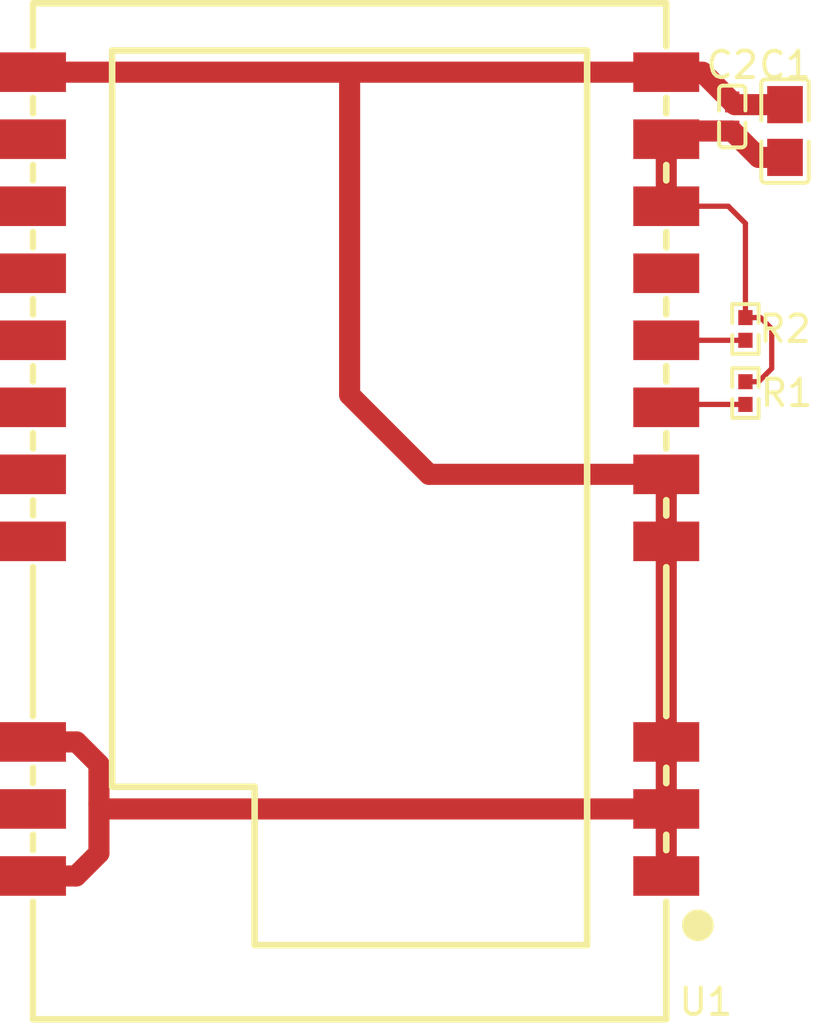
<source format=kicad_pcb>
(kicad_pcb (version 20241229) (generator "pcbnew") (generator_version "9.0")
  (layers (0 "F.Cu" signal) (2 "B.Cu" signal) (13 "F.Paste" user) (15 "B.Paste" user) (5 "F.SilkS" user "F.Silkscreen") (7 "B.SilkS" user "B.Silkscreen") (1 "F.Mask" user) (3 "B.Mask" user) (25 "Edge.Cuts" user))
  (net 0 "")
  (net 1 "hv")
  (net 2 "cs")
  (net 3 "sck")
  (net 4 "TXEN")
  (net 5 "DIO2")
  (net 6 "ANT")
  (net 7 "miso")
  (net 8 "mosi")
  (net 9 "DIO")
  (net 10 "BUSY")
  (net 11 "gnd")
  (net 12 "RXEN")
  (net 13 "NRST")
  (footprint "atopile:R0402-56259e" (layer "F.Cu") (at 128.5 67.5 -90)
    (property "Reference" "R2" (hide yes))
    (property "Value" "10kΩ ±1% 62.5mW" (hide yes))
    (fp_line (start -0.94 0.5) (end -0.94 -0.5) (stroke (width 0.15)) (layer "F.SilkS"))
    (fp_line (start -0.23 0.5) (end -0.94 0.5) (stroke (width 0.15)) (layer "F.SilkS"))
    (fp_line (start 0.23 0.5) (end 0.94 0.5) (stroke (width 0.15)) (layer "F.SilkS"))
    (fp_line (start 0.94 0.5) (end 0.94 -0.5) (stroke (width 0.15)) (layer "F.SilkS"))
    (fp_line (start -0.94 -0.5) (end -0.23 -0.5) (stroke (width 0.15)) (layer "F.SilkS"))
    (fp_line (start 0.94 -0.5) (end 0.23 -0.5) (stroke (width 0.15)) (layer "F.SilkS"))
    (fp_text user "${REFERENCE}" (at 0 -1.5 180) (layer "F.SilkS"))
    (pad "1" smd rect (at -0.43 0 270) (size 0.57 0.54) (layers "F.Cu" "F.Mask" "F.Paste") (net 1 "hv"))
    (pad "2" smd rect (at 0.43 0 270) (size 0.57 0.54) (layers "F.Cu" "F.Mask" "F.Paste") (net 4 "TXEN"))
  )
  (footprint "atopile:C0805-3b2e55" (layer "F.Cu") (at 130 60 90)
    (property "Reference" "C1" (at 2.5 0 180) (layer "F.SilkS"))
    (property "Value" "10µF ±10% 25V X5R" (hide yes))
    (fp_line (start 1.81 -0.9) (end 0.4 -0.9) (stroke (width 0.15)) (layer "F.SilkS"))
    (fp_line (start -1.81 -0.9) (end -0.4 -0.9) (stroke (width 0.15)) (layer "F.SilkS"))
    (fp_line (start 1.96 0.75) (end 1.96 -0.75) (stroke (width 0.15)) (layer "F.SilkS"))
    (fp_line (start -1.96 0.75) (end -1.96 -0.75) (stroke (width 0.15)) (layer "F.SilkS"))
    (fp_line (start 0.4 0.9) (end 1.81 0.9) (stroke (width 0.15)) (layer "F.SilkS"))
    (fp_line (start -0.4 0.9) (end -1.81 0.9) (stroke (width 0.15)) (layer "F.SilkS"))
    (fp_arc (start 1.81 -0.9) (mid 1.916066 -0.856066) (end 1.96 -0.75) (stroke (width 0.15)) (layer "F.SilkS"))
    (fp_arc (start -1.96 -0.75) (mid -1.916066 -0.856066) (end -1.81 -0.9) (stroke (width 0.15)) (layer "F.SilkS"))
    (fp_arc (start 1.96 0.75) (mid 1.916066 0.856066) (end 1.81 0.9) (stroke (width 0.15)) (layer "F.SilkS"))
    (fp_arc (start -1.81 0.9) (mid -1.916066 0.856066) (end -1.96 0.75) (stroke (width 0.15)) (layer "F.SilkS"))
    (pad "1" smd rect (at -1 0 90) (size 1.41 1.35) (layers "F.Cu" "F.Mask" "F.Paste") (net 1 "hv"))
    (pad "2" smd rect (at 1 0 90) (size 1.41 1.35) (layers "F.Cu" "F.Mask" "F.Paste") (net 11 "gnd"))
  )
  (footprint "atopile:WIRELM-SMD_E22-900M30S-98c301" (layer "F.Cu") (at 113.5 73)
    (property "Reference" "U1" (at 13.5 20 0) (layer "F.SilkS"))
    (property "Value" "")
    (fp_line (start -12 -17.84) (end -12 -16.21) (stroke (width 0.25)) (layer "F.SilkS"))
    (fp_line (start -12 -17.84) (end 12 -17.84) (stroke (width 0.25)) (layer "F.SilkS"))
    (fp_line (start -12 -14.25) (end -12 -13.67) (stroke (width 0.25)) (layer "F.SilkS"))
    (fp_line (start -12 -11.71) (end -12 -11.13) (stroke (width 0.25)) (layer "F.SilkS"))
    (fp_line (start -12 -9.17) (end -12 -8.59) (stroke (width 0.25)) (layer "F.SilkS"))
    (fp_line (start -12 -6.63) (end -12 -6.05) (stroke (width 0.25)) (layer "F.SilkS"))
    (fp_line (start -12 -4.09) (end -12 -3.51) (stroke (width 0.25)) (layer "F.SilkS"))
    (fp_line (start -12 -1.55) (end -12 -0.97) (stroke (width 0.25)) (layer "F.SilkS"))
    (fp_line (start -12 0.99) (end -12 1.57) (stroke (width 0.25)) (layer "F.SilkS"))
    (fp_line (start -12 3.53) (end -12 9.17) (stroke (width 0.25)) (layer "F.SilkS"))
    (fp_line (start -12 11.13) (end -12 11.71) (stroke (width 0.25)) (layer "F.SilkS"))
    (fp_line (start -12 13.67) (end -12 14.25) (stroke (width 0.25)) (layer "F.SilkS"))
    (fp_line (start -12 16.21) (end -12 20.66) (stroke (width 0.25)) (layer "F.SilkS"))
    (fp_line (start -12 20.66) (end 12 20.66) (stroke (width 0.25)) (layer "F.SilkS"))
    (fp_line (start -9 -16.05) (end 9 -16.05) (stroke (width 0.25)) (layer "F.SilkS"))
    (fp_line (start -9 11.85) (end -9 -16.05) (stroke (width 0.25)) (layer "F.SilkS"))
    (fp_line (start -3.6 11.85) (end -9 11.85) (stroke (width 0.25)) (layer "F.SilkS"))
    (fp_line (start -3.6 17.85) (end -3.6 11.85) (stroke (width 0.25)) (layer "F.SilkS"))
    (fp_line (start 9 -16.05) (end 9 17.85) (stroke (width 0.25)) (layer "F.SilkS"))
    (fp_line (start 9 17.85) (end -3.6 17.85) (stroke (width 0.25)) (layer "F.SilkS"))
    (fp_line (start 12 -17.84) (end 12 -16.21) (stroke (width 0.25)) (layer "F.SilkS"))
    (fp_line (start 12 -14.25) (end 12 -13.67) (stroke (width 0.25)) (layer "F.SilkS"))
    (fp_line (start 12 -11.71) (end 12 -11.13) (stroke (width 0.25)) (layer "F.SilkS"))
    (fp_line (start 12 -9.17) (end 12 -8.59) (stroke (width 0.25)) (layer "F.SilkS"))
    (fp_line (start 12 -6.63) (end 12 -6.05) (stroke (width 0.25)) (layer "F.SilkS"))
    (fp_line (start 12 -4.09) (end 12 -3.51) (stroke (width 0.25)) (layer "F.SilkS"))
    (fp_line (start 12 -1.55) (end 12 -0.97) (stroke (width 0.25)) (layer "F.SilkS"))
    (fp_line (start 12 0.99) (end 12 1.57) (stroke (width 0.25)) (layer "F.SilkS"))
    (fp_line (start 12 3.53) (end 12 9.17) (stroke (width 0.25)) (layer "F.SilkS"))
    (fp_line (start 12 11.13) (end 12 11.71) (stroke (width 0.25)) (layer "F.SilkS"))
    (fp_line (start 12 13.67) (end 12 14.25) (stroke (width 0.25)) (layer "F.SilkS"))
    (fp_line (start 12 16.21) (end 12 20.66) (stroke (width 0.25)) (layer "F.SilkS"))
    (fp_circle (center 13.2 17.1) (end 13.5 17.1) (stroke (width 0.6)) (fill no) (layer "F.SilkS"))
    (pad "1" smd rect (at 12 15.23) (size 2.5 1.5) (layers "F.Cu" "F.Mask" "F.Paste") (net 11 "gnd"))
    (pad "2" smd rect (at 12 12.69) (size 2.5 1.5) (layers "F.Cu" "F.Mask" "F.Paste") (net 11 "gnd"))
    (pad "3" smd rect (at 12 10.15) (size 2.5 1.5) (layers "F.Cu" "F.Mask" "F.Paste") (net 11 "gnd"))
    (pad "4" smd rect (at 12 2.55) (size 2.5 1.5) (layers "F.Cu" "F.Mask" "F.Paste") (net 11 "gnd"))
    (pad "5" smd rect (at 12 0.01) (size 2.5 1.5) (layers "F.Cu" "F.Mask" "F.Paste") (net 11 "gnd"))
    (pad "6" smd rect (at 12 -2.53) (size 2.5 1.5) (layers "F.Cu" "F.Mask" "F.Paste") (net 12 "RXEN"))
    (pad "7" smd rect (at 12 -5.07) (size 2.5 1.5) (layers "F.Cu" "F.Mask" "F.Paste") (net 4 "TXEN"))
    (pad "8" smd rect (at 12 -7.61) (size 2.5 1.5) (layers "F.Cu" "F.Mask" "F.Paste") (net 5 "DIO2"))
    (pad "9" smd rect (at 12 -10.15) (size 2.5 1.5) (layers "F.Cu" "F.Mask" "F.Paste") (net 1 "hv"))
    (pad "10" smd rect (at 12 -12.69) (size 2.5 1.5) (layers "F.Cu" "F.Mask" "F.Paste") (net 1 "hv"))
    (pad "11" smd rect (at 12 -15.23) (size 2.5 1.5) (layers "F.Cu" "F.Mask" "F.Paste") (net 11 "gnd"))
    (pad "12" smd rect (at -12 -15.23) (size 2.5 1.5) (layers "F.Cu" "F.Mask" "F.Paste") (net 11 "gnd"))
    (pad "13" smd rect (at -12 -12.69) (size 2.5 1.5) (layers "F.Cu" "F.Mask" "F.Paste") (net 9 "DIO"))
    (pad "14" smd rect (at -12 -10.15) (size 2.5 1.5) (layers "F.Cu" "F.Mask" "F.Paste") (net 10 "BUSY"))
    (pad "15" smd rect (at -12 -7.61) (size 2.5 1.5) (layers "F.Cu" "F.Mask" "F.Paste") (net 13 "NRST"))
    (pad "16" smd rect (at -12 -5.07) (size 2.5 1.5) (layers "F.Cu" "F.Mask" "F.Paste") (net 7 "miso"))
    (pad "17" smd rect (at -12 -2.53) (size 2.5 1.5) (layers "F.Cu" "F.Mask" "F.Paste") (net 8 "mosi"))
    (pad "18" smd rect (at -12 0.01) (size 2.5 1.5) (layers "F.Cu" "F.Mask" "F.Paste") (net 3 "sck"))
    (pad "19" smd rect (at -12 2.55) (size 2.5 1.5) (layers "F.Cu" "F.Mask" "F.Paste") (net 2 "cs"))
    (pad "20" smd rect (at -12 10.15) (size 2.5 1.5) (layers "F.Cu" "F.Mask" "F.Paste") (net 11 "gnd"))
    (pad "21" smd rect (at -12 12.69) (size 2.5 1.5) (layers "F.Cu" "F.Mask" "F.Paste") (net 6 "ANT"))
    (pad "22" smd rect (at -12 15.23) (size 2.5 1.5) (layers "F.Cu" "F.Mask" "F.Paste") (net 11 "gnd"))
  )
  (footprint "atopile:C0402-b3ef17" (layer "F.Cu") (at 128 59.45 90)
    (property "Reference" "C2" (hide yes))
    (property "Value" "100nF ±10% 16V X7R" (hide yes))
    (fp_line (start 1.02 -0.5) (end 0.23 -0.5) (stroke (width 0.15)) (layer "F.SilkS"))
    (fp_line (start -1.02 -0.5) (end -0.23 -0.5) (stroke (width 0.15)) (layer "F.SilkS"))
    (fp_line (start 1.17 0.35) (end 1.17 -0.35) (stroke (width 0.15)) (layer "F.SilkS"))
    (fp_line (start -1.17 0.35) (end -1.17 -0.35) (stroke (width 0.15)) (layer "F.SilkS"))
    (fp_line (start 0.23 0.5) (end 1.02 0.5) (stroke (width 0.15)) (layer "F.SilkS"))
    (fp_line (start -0.23 0.5) (end -1.02 0.5) (stroke (width 0.15)) (layer "F.SilkS"))
    (fp_arc (start 1.02 -0.5) (mid 1.126066 -0.456066) (end 1.17 -0.35) (stroke (width 0.15)) (layer "F.SilkS"))
    (fp_arc (start -1.17 -0.35) (mid -1.126066 -0.456066) (end -1.02 -0.5) (stroke (width 0.15)) (layer "F.SilkS"))
    (fp_arc (start 1.17 0.35) (mid 1.126066 0.456066) (end 1.02 0.5) (stroke (width 0.15)) (layer "F.SilkS"))
    (fp_arc (start -1.02 0.5) (mid -1.126066 0.456066) (end -1.17 0.35) (stroke (width 0.15)) (layer "F.SilkS"))
    (fp_text user "${REFERENCE}" (at 1.95 0 180) (layer "F.SilkS"))
    (pad "1" smd rect (at -0.55 0 90) (size 0.79 0.54) (layers "F.Cu" "F.Mask" "F.Paste") (net 1 "hv"))
    (pad "2" smd rect (at 0.55 0 90) (size 0.79 0.54) (layers "F.Cu" "F.Mask" "F.Paste") (net 11 "gnd"))
  )
  (footprint "atopile:R0402-56259e" (layer "F.Cu") (at 128.5 69.93 -90)
    (property "Reference" "R1" (at 0 -1.558092 0) (layer "F.SilkS"))
    (property "Value" "10kΩ ±1% 62.5mW" (hide yes))
    (fp_line (start -0.94 0.5) (end -0.94 -0.5) (stroke (width 0.15)) (layer "F.SilkS"))
    (fp_line (start -0.23 0.5) (end -0.94 0.5) (stroke (width 0.15)) (layer "F.SilkS"))
    (fp_line (start 0.23 0.5) (end 0.94 0.5) (stroke (width 0.15)) (layer "F.SilkS"))
    (fp_line (start 0.94 0.5) (end 0.94 -0.5) (stroke (width 0.15)) (layer "F.SilkS"))
    (fp_line (start -0.94 -0.5) (end -0.23 -0.5) (stroke (width 0.15)) (layer "F.SilkS"))
    (fp_line (start 0.94 -0.5) (end 0.23 -0.5) (stroke (width 0.15)) (layer "F.SilkS"))
    (pad "1" smd rect (at -0.43 0 270) (size 0.57 0.54) (layers "F.Cu" "F.Mask" "F.Paste") (net 1 "hv"))
    (pad "2" smd rect (at 0.43 0 270) (size 0.57 0.54) (layers "F.Cu" "F.Mask" "F.Paste") (net 12 "RXEN"))
  )
  (segment (start 129.5 67.5) (end 129.07 67.07) (width 0.2) (layer "F.Cu") (net 1))
  (segment (start 128.996367 69.5) (end 129.496367 69) (width 0.2) (layer "F.Cu") (net 1))
  (segment (start 128.5 63.5) (end 127.85 62.85) (width 0.2) (layer "F.Cu") (net 1))
  (segment (start 129 61) (end 128 60) (width 0.8) (layer "F.Cu") (net 1))
  (segment (start 125.81 60) (end 125.5 60.31) (width 0.8) (layer "F.Cu") (net 1))
  (segment (start 130 61) (end 129 61) (width 0.8) (layer "F.Cu") (net 1))
  (segment (start 129.496367 67.503633) (end 129.5 67.5) (width 0.2) (layer "F.Cu") (net 1))
  (segment (start 128 60) (end 125.81 60) (width 0.8) (layer "F.Cu") (net 1))
  (segment (start 128.5 69.5) (end 128.996367 69.5) (width 0.2) (layer "F.Cu") (net 1))
  (segment (start 128.5 67.07) (end 128.5 63.5) (width 0.2) (layer "F.Cu") (net 1))
  (segment (start 127.85 62.85) (end 125.5 62.85) (width 0.2) (layer "F.Cu") (net 1))
  (segment (start 125.5 60.31) (end 125.5 62.85) (width 0.8) (layer "F.Cu") (net 1))
  (segment (start 129.07 67.07) (end 128.5 67.07) (width 0.2) (layer "F.Cu") (net 1))
  (segment (start 129.496367 69) (end 129.496367 67.503633) (width 0.2) (layer "F.Cu") (net 1))
  (segment (start 128.5 67.93) (end 125.5 67.93) (width 0.2) (layer "F.Cu") (net 4))
  (segment (start 104 85.5) (end 104 87.365) (width 0.8) (layer "F.Cu") (net 11))
  (segment (start 125.5 83.15) (end 125.5 75.55) (width 0.8) (layer "F.Cu") (net 11))
  (segment (start 125.5 75.55) (end 125.5 73.01) (width 0.8) (layer "F.Cu") (net 11))
  (segment (start 113.5 57.77) (end 125.5 57.77) (width 0.8) (layer "F.Cu") (net 11))
  (segment (start 104 87.365) (end 103.135 88.23) (width 0.8) (layer "F.Cu") (net 11))
  (segment (start 103.15 83.15) (end 104 84) (width 0.8) (layer "F.Cu") (net 11))
  (segment (start 125.5 57.77) (end 126.87 57.77) (width 0.8) (layer "F.Cu") (net 11))
  (segment (start 104 84) (end 104 85.5) (width 0.8) (layer "F.Cu") (net 11))
  (segment (start 130 59) (end 128.1 59) (width 0.8) (layer "F.Cu") (net 11))
  (segment (start 128.1 59) (end 128 58.9) (width 0.8) (layer "F.Cu") (net 11))
  (segment (start 125.5 88.23) (end 125.5 85.69) (width 0.8) (layer "F.Cu") (net 11))
  (segment (start 101.5 83.15) (end 103.15 83.15) (width 0.8) (layer "F.Cu") (net 11))
  (segment (start 101.5 57.77) (end 113.5 57.77) (width 0.8) (layer "F.Cu") (net 11))
  (segment (start 113.5 70) (end 113.5 57.77) (width 0.8) (layer "F.Cu") (net 11))
  (segment (start 125.5 73.01) (end 116.51 73.01) (width 0.8) (layer "F.Cu") (net 11))
  (segment (start 103.135 88.23) (end 101.5 88.23) (width 0.8) (layer "F.Cu") (net 11))
  (segment (start 125.5 83.15) (end 125.5 85.69) (width 0.8) (layer "F.Cu") (net 11))
  (segment (start 104.19 85.69) (end 125.5 85.69) (width 0.8) (layer "F.Cu") (net 11))
  (segment (start 116.51 73.01) (end 113.5 70) (width 0.8) (layer "F.Cu") (net 11))
  (segment (start 126.87 57.77) (end 128 58.9) (width 0.8) (layer "F.Cu") (net 11))
  (segment (start 104 85.5) (end 104.19 85.69) (width 0.8) (layer "F.Cu") (net 11))
  (segment (start 128.5 70.36) (end 125.61 70.36) (width 0.2) (layer "F.Cu") (net 12))
  (segment (start 125.89 70.86) (end 125.5 70.47) (width 0.2) (layer "F.Cu") (net 12))
  (segment (start 125.61 70.36) (end 125.5 70.47) (width 0.2) (layer "F.Cu") (net 12))
)
</source>
